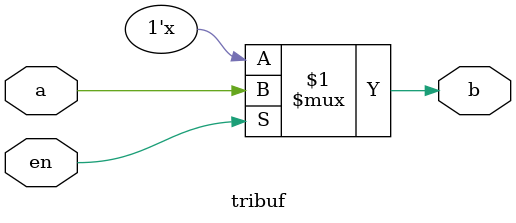
<source format=v>

module tribuf(
input wire a,
input wire en,
output wire b
);
assign b = en? a : 1'bz;
endmodule


</source>
